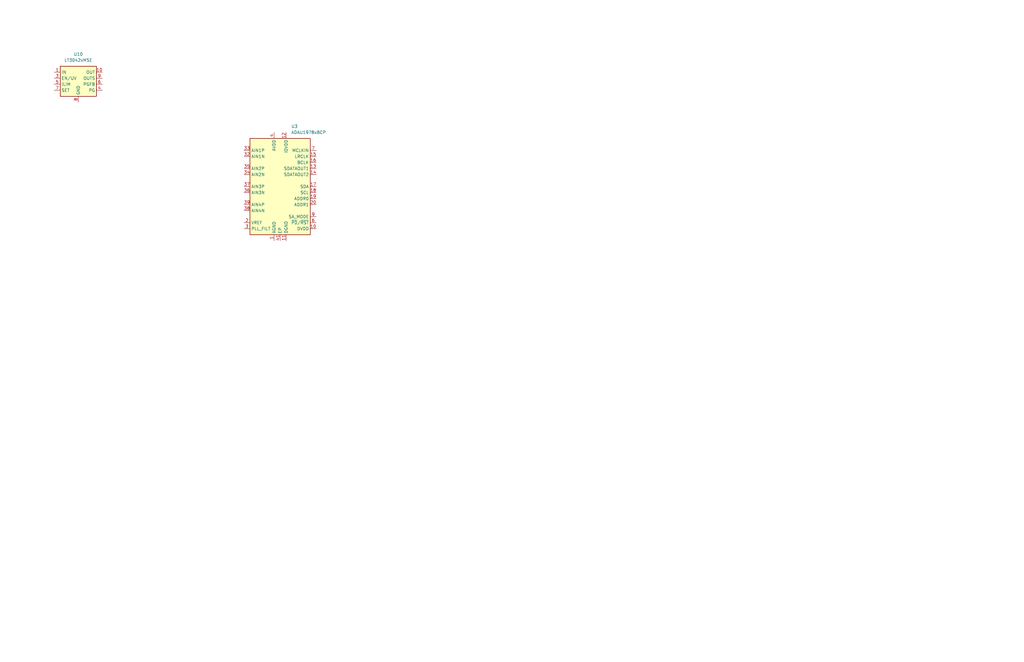
<source format=kicad_sch>
(kicad_sch (version 20250114) (generator "eeschema") (generator_version "9.0")
  (paper "B")
  (title_block (title "Receive ADCs") (date "2026-01-02") (rev "0.0") (company "Andy McCann KA3KAF and Doug McCann KA3KAG"))
  (lib_symbols
    (symbol "Audio:ADAU1978xBCP"
      (property "Reference" "U" (at 12.7 25.4 0))
      (property "Value" "ADAU1978xBCP" (at 12.7 22.86 0))
      (symbol "ADAU1978xBCP_0_1"
        (rectangle (start -12.7 20.32) (end 12.7 -20.32) (stroke (width 0.254)) (fill (type background)))
      )
      (symbol "ADAU1978xBCP_1_1"
        (pin input line (at -15.24 15.24 0) (length 2.54) (name "AIN1P") (number "33"))
        (pin input line (at -15.24 12.7 0) (length 2.54) (name "AIN1N") (number "32"))
        (pin input line (at -15.24 7.62 0) (length 2.54) (name "AIN2P") (number "35"))
        (pin input line (at -15.24 5.08 0) (length 2.54) (name "AIN2N") (number "34"))
        (pin input line (at -15.24 0 0) (length 2.54) (name "AIN3P") (number "37"))
        (pin input line (at -15.24 -2.54 0) (length 2.54) (name "AIN3N") (number "36"))
        (pin input line (at -15.24 -7.62 0) (length 2.54) (name "AIN4P") (number "39"))
        (pin input line (at -15.24 -10.16 0) (length 2.54) (name "AIN4N") (number "38"))
        (pin output line (at -15.24 -15.24 0) (length 2.54) (name "VREF") (number "2"))
        (pin output line (at -15.24 -17.78 0) (length 2.54) (name "PLL_FILT") (number "3"))
        (pin no_connect line (at -10.16 -20.32 90) (length 2.54) (hide yes) (name "NC") (number "23"))
        (pin no_connect line (at -7.62 -20.32 90) (length 2.54) (hide yes) (name "NC") (number "24"))
        (pin no_connect line (at -5.08 -20.32 90) (length 2.54) (hide yes) (name "NC") (number "25"))
        (pin passive line (at -2.54 22.86 270) (length 2.54) (hide yes) (name "AVDD") (number "31"))
        (pin power_in line (at -2.54 22.86 270) (length 2.54) (name "AVDD") (number "4"))
        (pin passive line (at -2.54 22.86 270) (length 2.54) (hide yes) (name "AVDD") (number "40"))
        (pin power_in line (at -2.54 -22.86 90) (length 2.54) (name "AGND") (number "1"))
        (pin passive line (at -2.54 -22.86 90) (length 2.54) (hide yes) (name "AGND") (number "21"))
        (pin passive line (at -2.54 -22.86 90) (length 2.54) (hide yes) (name "AGND") (number "22"))
        (pin passive line (at -2.54 -22.86 90) (length 2.54) (hide yes) (name "AGND") (number "28"))
        (pin passive line (at -2.54 -22.86 90) (length 2.54) (hide yes) (name "AGND") (number "29"))
        (pin passive line (at -2.54 -22.86 90) (length 2.54) (hide yes) (name "AGND") (number "5"))
        (pin power_in line (at 0 -22.86 90) (length 2.54) (name "EP") (number "41"))
        (pin power_in line (at 2.54 22.86 270) (length 2.54) (name "IOVDD") (number "12"))
        (pin power_in line (at 2.54 -22.86 90) (length 2.54) (name "DGND") (number "11"))
        (pin no_connect line (at 5.08 -20.32 90) (length 2.54) (hide yes) (name "NC") (number "26"))
        (pin no_connect line (at 7.62 -20.32 90) (length 2.54) (hide yes) (name "NC") (number "27"))
        (pin no_connect line (at 10.16 -20.32 90) (length 2.54) (hide yes) (name "NC") (number "30"))
        (pin no_connect line (at 12.7 17.78 180) (length 2.54) (hide yes) (name "NC") (number "8"))
        (pin input line (at 15.24 15.24 180) (length 2.54) (name "MCLKIN") (number "7"))
        (pin bidirectional line (at 15.24 12.7 180) (length 2.54) (name "LRCLK") (number "15"))
        (pin bidirectional line (at 15.24 10.16 180) (length 2.54) (name "BCLK") (number "16"))
        (pin output line (at 15.24 7.62 180) (length 2.54) (name "SDATAOUT1") (number "13"))
        (pin output line (at 15.24 5.08 180) (length 2.54) (name "SDATAOUT2") (number "14"))
        (pin bidirectional line (at 15.24 0 180) (length 2.54) (name "SDA") (number "17"))
        (pin input line (at 15.24 -2.54 180) (length 2.54) (name "SCL") (number "18"))
        (pin input line (at 15.24 -5.08 180) (length 2.54) (name "ADDR0") (number "19"))
        (pin input line (at 15.24 -7.62 180) (length 2.54) (name "ADDR1") (number "20"))
        (pin input line (at 15.24 -12.7 180) (length 2.54) (name "SA_MODE") (number "9"))
        (pin input line (at 15.24 -15.24 180) (length 2.54) (name "~{PD}/~{RST}") (number "6"))
        (pin power_out line (at 15.24 -17.78 180) (length 2.54) (name "DVDD") (number "10"))
      )
    )
    (symbol "Regulator_Linear:LT3042xMSE"
      (property "Reference" "U" (at -6.35 6.35 0))
      (property "Value" "LT3042xMSE" (at 1.27 6.35 0))
      (symbol "LT3042xMSE_0_1"
        (rectangle (start -7.62 5.08) (end 7.62 -7.62) (stroke (width 0.254)) (fill (type background)))
      )
      (symbol "LT3042xMSE_1_1"
        (pin power_in line (at -10.16 2.54 0) (length 2.54) (name "IN") (number "1"))
        (pin passive line (at -10.16 2.54 0) (length 2.54) (hide yes) (name "IN") (number "2"))
        (pin input line (at -10.16 0 0) (length 2.54) (name "EN/UV") (number "3"))
        (pin passive line (at -10.16 -2.54 0) (length 2.54) (name "ILIM") (number "5"))
        (pin passive line (at -10.16 -5.08 0) (length 2.54) (name "SET") (number "7"))
        (pin passive line (at 0 -10.16 90) (length 2.54) (hide yes) (name "GND") (number "11"))
        (pin power_in line (at 0 -10.16 90) (length 2.54) (name "GND") (number "8"))
        (pin power_out line (at 10.16 2.54 180) (length 2.54) (name "OUT") (number "10"))
        (pin input line (at 10.16 0 180) (length 2.54) (name "OUTS") (number "9"))
        (pin input line (at 10.16 -2.54 180) (length 2.54) (name "PGFB") (number "6"))
        (pin open_collector line (at 10.16 -5.08 180) (length 2.54) (name "PG") (number "4"))
      )
    )
  )
  (symbol (lib_id "Audio:ADAU1978xBCP") (at 118.11 78.74 0) (unit 1)
    (property "Reference" "U3" (at 122.7933 53.34 0) (effects (justify left)))
    (property "Value" "ADAU1978xBCP" (at 122.7933 55.88 0) (effects (justify left)))
    (property "Footprint" "Package_CSP:LFCSP-40-1EP_6x6mm_P0.5mm_EP3.9x3.9mm" (effects (hide yes)))
    (property "Datasheet" "https://www.analog.com/media/en/technical-documentation/data-sheets/ADAU1978.pdf" (effects (hide yes)))
    (property "Description" "Quad Analog-to-Digital Converter, 2Vrms differential inputs, LFCSP-40" (effects (hide yes)))
  )
  (symbol (lib_id "Regulator_Linear:LT3042xMSE") (at 33.02 33.02 0) (unit 1)
    (property "Reference" "U10" (at 33.02 22.86 0))
    (property "Value" "LT3042xMSE" (at 33.02 25.4 0))
    (property "Footprint" "Package_SO:MSOP-10-1EP_3x3mm_P0.5mm_EP1.68x1.88mm" (effects (hide yes)))
    (property "Datasheet" "https://www.analog.com/media/en/technical-documentation/data-sheets/3042fb.pdf" (effects (hide yes)))
    (property "Description" "200mA, Adjustable, Ultralow Noise, Ultrahigh PSRR RF Linear Regulator, MSOP-10" (effects (hide yes)))
  )
)
</source>
